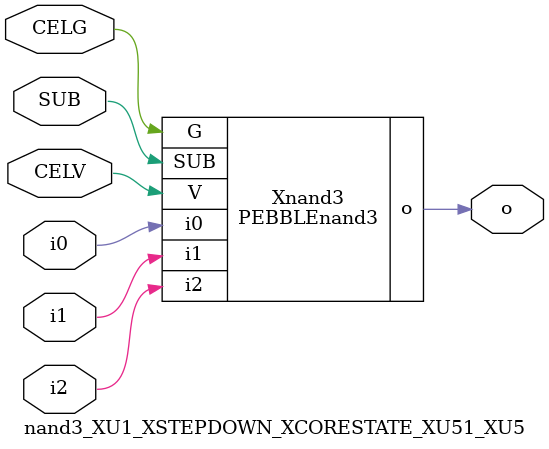
<source format=v>



module PEBBLEnand3 ( o, G, SUB, V, i0, i1, i2 );

  input i0;
  input V;
  input i2;
  input i1;
  input G;
  output o;
  input SUB;
endmodule

//Celera Confidential Do Not Copy nand3_XU1_XSTEPDOWN_XCORESTATE_XU51_XU5
//Celera Confidential Symbol Generator
//5V Inverter
module nand3_XU1_XSTEPDOWN_XCORESTATE_XU51_XU5 (CELV,CELG,i0,i1,i2,o,SUB);
input CELV;
input CELG;
input i0;
input i1;
input i2;
input SUB;
output o;

//Celera Confidential Do Not Copy nand3
PEBBLEnand3 Xnand3(
.V (CELV),
.i0 (i0),
.i1 (i1),
.i2 (i2),
.o (o),
.SUB (SUB),
.G (CELG)
);
//,diesize,PEBBLEnand3

//Celera Confidential Do Not Copy Module End
//Celera Schematic Generator
endmodule

</source>
